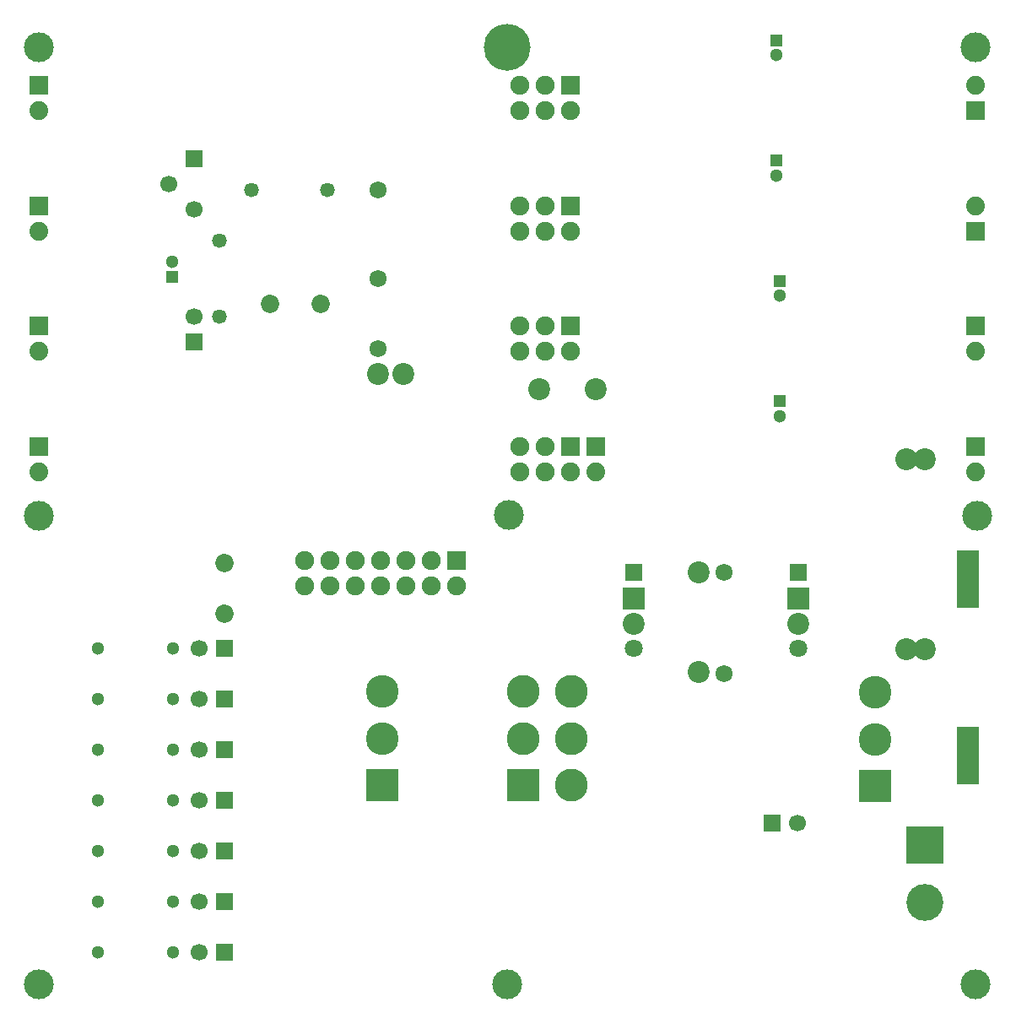
<source format=gbr>
G04 DipTrace 4.3.0.5*
G04 BottomMask.gbr*
%MOMM*%
G04 #@! TF.FileFunction,Soldermask,Bot*
G04 #@! TF.Part,Single*
%ADD31R,1.7X1.7*%
%ADD32C,1.7*%
%ADD56C,3.0*%
%ADD70C,1.47*%
%ADD72C,1.47*%
%ADD74C,2.2*%
%ADD76R,2.2X2.2*%
%ADD77R,1.8X1.8*%
%ADD78R,1.3X1.3*%
%ADD80C,4.7*%
%ADD82C,1.85*%
%ADD84C,2.2*%
%ADD85C,1.8*%
%ADD86C,1.3*%
%ADD88C,3.3*%
%ADD90R,3.3X3.3*%
%ADD92C,3.28*%
%ADD94R,3.28X3.28*%
%ADD96R,2.2X3.2*%
%ADD98R,3.7X3.7*%
%ADD99C,3.7*%
%ADD100C,1.724*%
%ADD102C,1.724*%
%ADD104C,1.9*%
%ADD105R,1.9X1.9*%
%ADD106C,1.89*%
%ADD108R,1.89X1.89*%
%FSLAX35Y35*%
G04*
G71*
G90*
G75*
G01*
G04 BotMask*
%LPD*%
D77*
X2918880Y-563753D3*
D85*
Y-1325753D3*
D77*
X1270000Y-563753D3*
D85*
Y-1325753D3*
D56*
X4699000Y-4699000D3*
X0D3*
X-4699000D3*
X4712753Y0D3*
X13753Y15493D3*
X-4699000Y0D3*
X4699000Y4699000D3*
X-4699000D3*
D108*
Y4318000D3*
D106*
Y4064000D3*
D105*
X635000Y4318000D3*
D104*
Y4064000D3*
X381000Y4318000D3*
Y4064000D3*
X127000Y4318000D3*
Y4064000D3*
D32*
X2912063Y-3076367D3*
D31*
X2658063D3*
D102*
X2172753Y-1579753D3*
D100*
Y-563753D3*
D99*
X4191000Y-3873500D3*
D98*
Y-3302000D3*
D96*
X4617503Y-762000D3*
Y-508000D3*
Y-2532253D3*
Y-2278253D3*
D105*
X-508000Y-444500D3*
D104*
Y-698500D3*
X-762000Y-444500D3*
Y-698500D3*
X-1016000Y-444500D3*
Y-698500D3*
X-1270000Y-444500D3*
Y-698500D3*
X-1524000Y-444500D3*
Y-698500D3*
X-1778000Y-444500D3*
Y-698500D3*
X-2032000Y-444500D3*
Y-698500D3*
D32*
X-3097747Y-1325753D3*
D31*
X-2843747D3*
D94*
X-1256247Y-2699553D3*
D92*
Y-2229553D3*
Y-1759553D3*
D90*
X153253Y-2699553D3*
D88*
Y-2229553D3*
Y-1759553D3*
X636253D3*
Y-2229553D3*
Y-2699553D3*
D86*
X-4107747Y-1325753D3*
X-3357747D3*
X-4107747Y-1833753D3*
X-3357747D3*
X-4107747Y-2341753D3*
X-3357747D3*
X-4107747Y-2849753D3*
X-3357747D3*
X-4107747Y-3357753D3*
X-3357747D3*
X-4107747Y-3865753D3*
X-3357747D3*
X-4107747Y-4373753D3*
X-3357747D3*
D32*
X-3097747Y-1833753D3*
D31*
X-2843747D3*
D32*
X-3097747Y-2341753D3*
D31*
X-2843747D3*
D32*
X-3097747Y-2849753D3*
D31*
X-2843747D3*
D32*
X-3097747Y-3357753D3*
D31*
X-2843747D3*
D32*
X-3097747Y-3865753D3*
D31*
X-2843747D3*
D32*
X-3097747Y-4373753D3*
D31*
X-2843747D3*
D84*
X1918753Y-563753D3*
Y-1564500D3*
D82*
X-2843747Y-976503D3*
Y-468503D3*
D94*
X3685267Y-2707300D3*
D92*
Y-2237300D3*
Y-1767300D3*
D80*
X0Y4699000D3*
D108*
X-4699000Y3111500D3*
D106*
Y2857500D3*
D105*
X635000Y3111500D3*
D104*
Y2857500D3*
X381000Y3111500D3*
Y2857500D3*
X127000Y3111500D3*
Y2857500D3*
D78*
X2698750Y3567500D3*
D86*
Y3417500D3*
D78*
X2730500Y1154500D3*
D86*
Y1004500D3*
D78*
X2698750Y4774000D3*
D86*
Y4624000D3*
D105*
X635000Y1905000D3*
D104*
Y1651000D3*
X381000Y1905000D3*
Y1651000D3*
X127000Y1905000D3*
Y1651000D3*
D78*
X2730500Y2361000D3*
D86*
Y2211000D3*
D108*
X4699000Y2857500D3*
D106*
Y3111500D3*
D108*
X-4699000Y1905000D3*
D106*
Y1651000D3*
D108*
X4699000Y1905000D3*
D106*
Y1651000D3*
D108*
Y4064000D3*
D106*
Y4318000D3*
D108*
X-4699000Y698500D3*
D106*
Y444500D3*
D105*
X635000Y698500D3*
D104*
Y444500D3*
X381000Y698500D3*
Y444500D3*
X127000Y698500D3*
Y444500D3*
D108*
X4699000Y698500D3*
D106*
Y444500D3*
D76*
X1270000Y-825500D3*
X2921000D3*
D74*
X1270000Y-1079500D3*
X2921000D3*
D82*
X-2381250Y2127250D3*
X-1873250D3*
D32*
X-3143250Y2000250D3*
D31*
Y1746250D3*
D72*
X-1809750Y3270250D3*
D70*
X-2571750D3*
D31*
X-3143250Y3587750D3*
D32*
X-3397250Y3333750D3*
X-3143250Y3079750D3*
D72*
X-2889250Y2000250D3*
D70*
Y2762250D3*
D102*
X-1301750Y3270250D3*
Y1682750D3*
Y2381250D3*
D74*
Y1428750D3*
X-1047750D3*
D78*
X-3365500Y2401500D3*
D86*
Y2551500D3*
D108*
X889000Y698500D3*
D106*
Y444500D3*
D74*
X317500Y1270000D3*
X889000D3*
X4191000Y-1333500D3*
Y571500D3*
X4000500Y-1333500D3*
Y571500D3*
M02*

</source>
